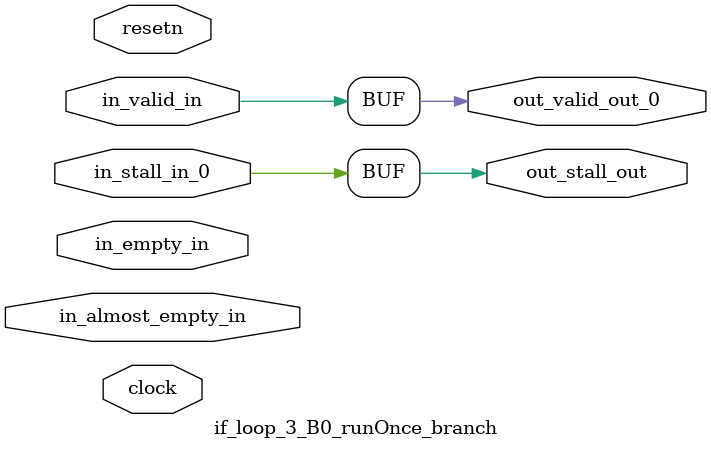
<source format=sv>



(* altera_attribute = "-name AUTO_SHIFT_REGISTER_RECOGNITION OFF; -name MESSAGE_DISABLE 10036; -name MESSAGE_DISABLE 10037; -name MESSAGE_DISABLE 14130; -name MESSAGE_DISABLE 14320; -name MESSAGE_DISABLE 15400; -name MESSAGE_DISABLE 14130; -name MESSAGE_DISABLE 10036; -name MESSAGE_DISABLE 12020; -name MESSAGE_DISABLE 12030; -name MESSAGE_DISABLE 12010; -name MESSAGE_DISABLE 12110; -name MESSAGE_DISABLE 14320; -name MESSAGE_DISABLE 13410; -name MESSAGE_DISABLE 113007; -name MESSAGE_DISABLE 10958" *)
module if_loop_3_B0_runOnce_branch (
    input wire [0:0] in_almost_empty_in,
    input wire [0:0] in_empty_in,
    input wire [0:0] in_stall_in_0,
    input wire [0:0] in_valid_in,
    output wire [0:0] out_stall_out,
    output wire [0:0] out_valid_out_0,
    input wire clock,
    input wire resetn
    );

    reg [0:0] rst_sync_rst_sclrn;


    // out_stall_out(GPOUT,6)
    assign out_stall_out = in_stall_in_0;

    // out_valid_out_0(GPOUT,7)
    assign out_valid_out_0 = in_valid_in;

    // rst_sync(RESETSYNC,8)
    acl_reset_handler #(
        .ASYNC_RESET(0),
        .USE_SYNCHRONIZER(1),
        .PULSE_EXTENSION(0),
        .PIPE_DEPTH(3),
        .DUPLICATE(1)
    ) therst_sync (
        .clk(clock),
        .i_resetn(resetn),
        .o_sclrn(rst_sync_rst_sclrn)
    );

endmodule

</source>
